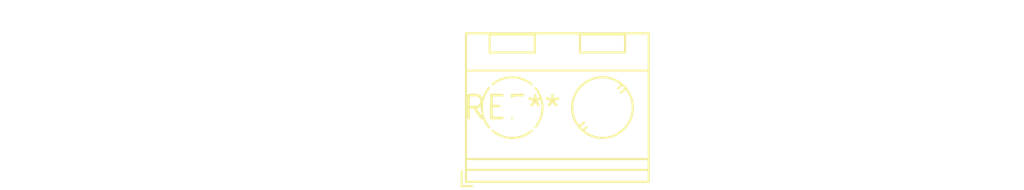
<source format=kicad_pcb>
(kicad_pcb (version 20240108) (generator pcbnew)
  (layers (0 "F.Cu" signal) (31 "B.Cu" signal) (34 "B.Paste" user) (35 "F.Paste" user) (36 "B.SilkS" user "B.Silkscreen") (37 "F.SilkS" user "F.Silkscreen") (38 "B.Mask" user) (39 "F.Mask" user) (44 "Edge.Cuts" user))
  (net 0 "")
  (footprint "TerminalBlock_RND_205-00045_1x02_P5.00mm_Horizontal" (layer "F.Cu") (at 0 0)
    (property "Reference" "REF**")
    (property "Value" "TerminalBlock_RND_205-00045_1x02_P5.00mm_Horizontal")
    (fp_line (start -2.8 3.51) (end -2.8 4.35) (layer "F.SilkS") (stroke (width 0.12)))
    (fp_line (start -2.8 4.35) (end -2.2 4.35) (layer "F.SilkS") (stroke (width 0.12)))
    (fp_line (start -2.56 -4.11) (end -2.56 4.11) (layer "F.SilkS") (stroke (width 0.12)))
    (fp_line (start -2.56 -4.11) (end 7.56 -4.11) (layer "F.SilkS") (stroke (width 0.12)))
    (fp_line (start -2.56 -2.05) (end 7.56 -2.05) (layer "F.SilkS") (stroke (width 0.12)))
    (fp_line (start -2.56 2.85) (end 7.56 2.85) (layer "F.SilkS") (stroke (width 0.12)))
    (fp_line (start -2.56 3.45) (end 7.56 3.45) (layer "F.SilkS") (stroke (width 0.12)))
    (fp_line (start -2.56 4.11) (end 7.56 4.11) (layer "F.SilkS") (stroke (width 0.12)))
    (fp_line (start -1.25 -4.05) (end -1.25 -3.05) (layer "F.SilkS") (stroke (width 0.12)))
    (fp_line (start -1.25 -4.05) (end 1.25 -4.05) (layer "F.SilkS") (stroke (width 0.12)))
    (fp_line (start -1.25 -3.05) (end 1.25 -3.05) (layer "F.SilkS") (stroke (width 0.12)))
    (fp_line (start 1.25 -4.05) (end 1.25 -3.05) (layer "F.SilkS") (stroke (width 0.12)))
    (fp_line (start 3.75 -4.05) (end 3.75 -3.05) (layer "F.SilkS") (stroke (width 0.12)))
    (fp_line (start 3.75 -4.05) (end 6.25 -4.05) (layer "F.SilkS") (stroke (width 0.12)))
    (fp_line (start 3.75 -3.05) (end 6.25 -3.05) (layer "F.SilkS") (stroke (width 0.12)))
    (fp_line (start 3.972 0.823) (end 3.726 1.069) (layer "F.SilkS") (stroke (width 0.12)))
    (fp_line (start 4.13 1.075) (end 3.931 1.274) (layer "F.SilkS") (stroke (width 0.12)))
    (fp_line (start 6.07 -1.275) (end 5.859 -1.064) (layer "F.SilkS") (stroke (width 0.12)))
    (fp_line (start 6.25 -4.05) (end 6.25 -3.05) (layer "F.SilkS") (stroke (width 0.12)))
    (fp_line (start 6.275 -1.069) (end 6.029 -0.823) (layer "F.SilkS") (stroke (width 0.12)))
    (fp_line (start 7.56 -4.11) (end 7.56 4.11) (layer "F.SilkS") (stroke (width 0.12)))
    (fp_arc (start -1.288062 1.079734) (mid -1.680752 -0.000826) (end -1.287 -1.081) (layer "F.SilkS") (stroke (width 0.12)))
    (fp_arc (start -1.079908 -1.287078) (mid 6e-05 -1.68011) (end 1.08 -1.287) (layer "F.SilkS") (stroke (width 0.12)))
    (fp_arc (start 0.028507 1.680511) (mid -0.561826 1.584071) (end -1.081 1.287) (layer "F.SilkS") (stroke (width 0.12)))
    (fp_arc (start 1.079883 1.286955) (mid 0.574594 1.578684) (end 0 1.68) (layer "F.SilkS") (stroke (width 0.12)))
    (fp_arc (start 1.287078 -1.079908) (mid 1.68011 6e-05) (end 1.287 1.08) (layer "F.SilkS") (stroke (width 0.12)))
    (fp_circle (center 5 0) (end 6.68 0) (layer "F.SilkS") (stroke (width 0.12)) (fill none))
    (pad "1" thru_hole rect (at 0 0) (size 2.1 2.1) (drill 1.1) (layers *.Cu *.Mask) (remove_unused_layers))
    (pad "2" thru_hole circle (at 5 0) (size 2.1 2.1) (drill 1.1) (layers *.Cu *.Mask) (remove_unused_layers))
  )
)
</source>
